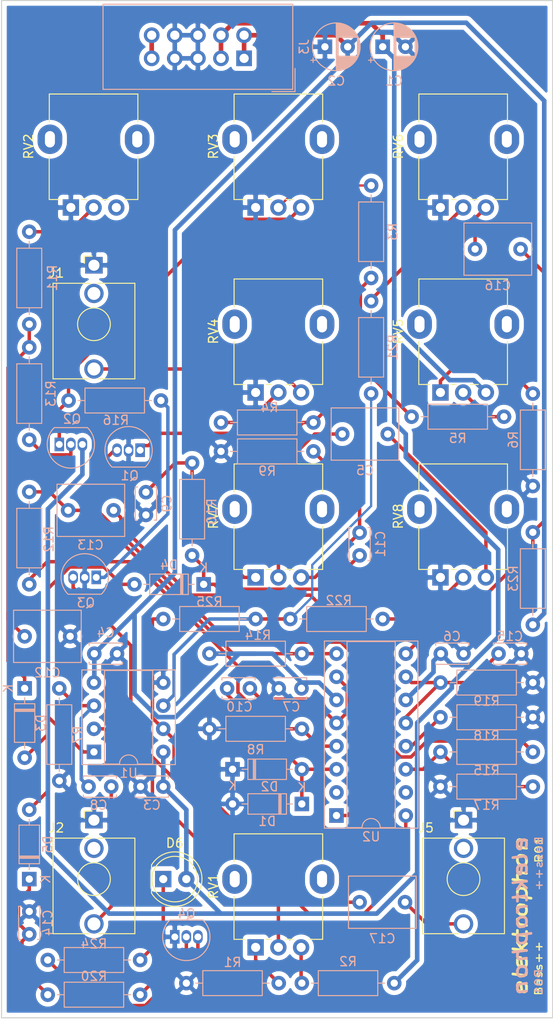
<source format=kicad_pcb>
(kicad_pcb (version 20171130) (host pcbnew 5.1.4-e60b266~84~ubuntu19.04.1)
  (title_block (title Bass++) (date 2019-10-03) (rev 01) (comment 1 "Original design by Thomas Henry") (comment 2 "PCB for main circuit") (comment 4 "License CC BY 4.0 - Attribution 4.0 International"))
  (layers (0 F.Cu signal) (31 B.Cu signal) (34 B.Paste user) (35 F.Paste user) (36 B.SilkS user) (37 F.SilkS user) (38 B.Mask user) (39 F.Mask user) (44 Edge.Cuts user))
  (net 0 "")
  (net 1 GND)
  (net 2 +15V)
  (net 3 -15V)
  (net 4 "Net-(C5-Pad2)")
  (net 5 "Net-(C5-Pad1)")
  (net 6 "Net-(C8-Pad2)")
  (net 7 "Net-(C10-Pad2)")
  (net 8 "Net-(C10-Pad1)")
  (net 9 "Net-(C11-Pad1)")
  (net 10 "Net-(C12-Pad1)")
  (net 11 "Net-(C13-Pad2)")
  (net 12 "Net-(C13-Pad1)")
  (net 13 "Net-(C14-Pad1)")
  (net 14 "Net-(C15-Pad2)")
  (net 15 "Net-(C16-Pad2)")
  (net 16 /Shell)
  (net 17 "Net-(C17-Pad1)")
  (net 18 /PULSE)
  (net 19 "Net-(D6-Pad1)")
  (net 20 "Net-(J1-PadTN)")
  (net 21 "Net-(J1-PadT)")
  (net 22 "Net-(J2-PadTN)")
  (net 23 +5V)
  (net 24 "Net-(J5-PadTN)")
  (net 25 "Net-(Q1-Pad3)")
  (net 26 "Net-(Q2-Pad2)")
  (net 27 "Net-(Q3-Pad1)")
  (net 28 "Net-(Q3-Pad3)")
  (net 29 "Net-(Q4-Pad3)")
  (net 30 "Net-(Q4-Pad2)")
  (net 31 "Net-(R1-Pad2)")
  (net 32 "Net-(R2-Pad2)")
  (net 33 "Net-(R3-Pad2)")
  (net 34 "Net-(R4-Pad2)")
  (net 35 "Net-(R5-Pad2)")
  (net 36 "Net-(R6-Pad2)")
  (net 37 "Net-(R12-Pad2)")
  (net 38 "Net-(R15-Pad2)")
  (net 39 "Net-(R18-Pad2)")
  (net 40 "Net-(R21-Pad1)")
  (net 41 "Net-(U2-Pad15)")
  (net 42 "Net-(U2-Pad2)")
  (net 43 "Net-(RV2-Pad3)")
  (net 44 "Net-(C8-Pad1)")
  (net 45 "Net-(C9-Pad2)")
  (net 46 "Net-(C11-Pad2)")
  (net 47 "Net-(C17-Pad2)")
  (net 48 "Net-(Q1-Pad1)")
  (net 49 "Net-(Q2-Pad1)")
  (net 50 "Net-(R11-Pad1)")
  (net 51 "Net-(R21-Pad2)")
  (net 52 "Net-(R22-Pad2)")
  (net 53 "Net-(RV1-Pad2)")
  (module "elektrophon:elektrophon logo" (layer F.Cu) (at 108.86 151.35 90)
    (fp_text reference REF** hide)
    (fp_text value "elektrophon logo" hide)
    (fp_text user Bass++ (at 8.84 1.02 90) (layer B.SilkS) (effects (font (size 0.8 1)) (justify left mirror)))
    (fp_text user R01 (at -8.83 1 90) (layer B.SilkS) (effects (font (size 0.8 1)) (justify right mirror)))
    (fp_text user elektrophon (at 0 -1.016 90) (layer B.SilkS) (effects (font (size 1.5 2) (thickness 0.3) italic) (justify mirror)))
    (fp_text user R01 (at 8.8 1.02 90) (layer F.SilkS) (effects (font (size 0.8 1)) (justify right)))
    (fp_text user Bass++ (at -8.88 1 90) (layer F.SilkS) (effects (font (size 0.8 1)) (justify left)))
    (fp_text user elektrophon (at 0 -1.016 90) (layer F.SilkS) (effects (font (size 1.5 2) (thickness 0.3) italic)))
  )
  (module Capacitor_THT:C_Rect_L7.2mm_W5.5mm_P5.00mm_FKS2_FKP2_MKS2_MKP2 (layer B.Cu) (at 90.17 149.86)
    (fp_text reference C17 (at 2.5 4) (layer B.SilkS) (effects (justify mirror)))
    (fp_text value 2u2)
    (pad 2 thru_hole circle (at 5 0) (size 1.6 1.6) (drill 0.8) (layers *.Cu *.Mask) (net 47 "Net-(C17-Pad2)"))
    (pad 1 thru_hole circle (at 0 0) (size 1.6 1.6) (drill 0.8) (layers *.Cu *.Mask) (net 17 "Net-(C17-Pad1)"))
  )
  (module Capacitor_THT:C_Rect_L7.2mm_W5.5mm_P5.00mm_FKS2_FKP2_MKS2_MKP2 (layer B.Cu) (at 102.87 78.105)
    (fp_text reference C16 (at 2.5 4) (layer B.SilkS) (effects (justify mirror)))
    (fp_text value 2u2)
    (pad 2 thru_hole circle (at 5 0) (size 1.6 1.6) (drill 0.8) (layers *.Cu *.Mask) (net 15 "Net-(C16-Pad2)"))
    (pad 1 thru_hole circle (at 0 0) (size 1.6 1.6) (drill 0.8) (layers *.Cu *.Mask) (net 16 /Shell))
  )
  (module Capacitor_THT:C_Rect_L7.2mm_W5.5mm_P5.00mm_FKS2_FKP2_MKS2_MKP2 (layer B.Cu) (at 63.119 106.807 180)
    (fp_text reference C13 (at 2.54 -3.81) (layer B.SilkS) (effects (justify mirror)))
    (fp_text value 2u2)
    (pad 2 thru_hole circle (at 5 0 180) (size 1.6 1.6) (drill 0.8) (layers *.Cu *.Mask) (net 11 "Net-(C13-Pad2)"))
    (pad 1 thru_hole circle (at 0 0 180) (size 1.6 1.6) (drill 0.8) (layers *.Cu *.Mask) (net 12 "Net-(C13-Pad1)"))
  )
  (module Capacitor_THT:C_Rect_L7.2mm_W5.5mm_P5.00mm_FKS2_FKP2_MKS2_MKP2 (layer B.Cu) (at 53.34 120.65)
    (fp_text reference C12 (at 2.5 4) (layer B.SilkS) (effects (justify mirror)))
    (fp_text value 2u2)
    (pad 2 thru_hole circle (at 5 0) (size 1.6 1.6) (drill 0.8) (layers *.Cu *.Mask) (net 1 GND))
    (pad 1 thru_hole circle (at 0 0) (size 1.6 1.6) (drill 0.8) (layers *.Cu *.Mask) (net 10 "Net-(C12-Pad1)"))
  )
  (module Capacitor_THT:C_Rect_L7.2mm_W5.5mm_P5.00mm_FKS2_FKP2_MKS2_MKP2 (layer B.Cu) (at 88.265 98.425)
    (fp_text reference C5 (at 2.5 4) (layer B.SilkS) (effects (justify mirror)))
    (fp_text value 2u2)
    (pad 2 thru_hole circle (at 5 0) (size 1.6 1.6) (drill 0.8) (layers *.Cu *.Mask) (net 4 "Net-(C5-Pad2)"))
    (pad 1 thru_hole circle (at 0 0) (size 1.6 1.6) (drill 0.8) (layers *.Cu *.Mask) (net 5 "Net-(C5-Pad1)"))
  )
  (module Package_DIP:DIP-16_W7.62mm_Socket (layer B.Cu) (at 87.63 140.335)
    (fp_text reference U2 (at 3.81 2.33) (layer B.SilkS) (effects (justify mirror)))
    (fp_text value LM13700)
    (pad 16 thru_hole oval (at 7.62 0) (size 1.6 1.6) (drill 0.8) (layers *.Cu *.Mask) (net 28 "Net-(Q3-Pad3)"))
    (pad 8 thru_hole oval (at 0 -17.78) (size 1.6 1.6) (drill 0.8) (layers *.Cu *.Mask) (net 11 "Net-(C13-Pad2)"))
    (pad 15 thru_hole oval (at 7.62 -2.54) (size 1.6 1.6) (drill 0.8) (layers *.Cu *.Mask) (net 41 "Net-(U2-Pad15)"))
    (pad 7 thru_hole oval (at 0 -15.24) (size 1.6 1.6) (drill 0.8) (layers *.Cu *.Mask) (net 8 "Net-(C10-Pad1)"))
    (pad 14 thru_hole oval (at 7.62 -5.08) (size 1.6 1.6) (drill 0.8) (layers *.Cu *.Mask) (net 38 "Net-(R15-Pad2)"))
    (pad 6 thru_hole oval (at 0 -12.7) (size 1.6 1.6) (drill 0.8) (layers *.Cu *.Mask) (net 3 -15V))
    (pad 13 thru_hole oval (at 7.62 -7.62) (size 1.6 1.6) (drill 0.8) (layers *.Cu *.Mask) (net 39 "Net-(R18-Pad2)"))
    (pad 5 thru_hole oval (at 0 -10.16) (size 1.6 1.6) (drill 0.8) (layers *.Cu *.Mask) (net 8 "Net-(C10-Pad1)"))
    (pad 12 thru_hole oval (at 7.62 -10.16) (size 1.6 1.6) (drill 0.8) (layers *.Cu *.Mask) (net 14 "Net-(C15-Pad2)"))
    (pad 4 thru_hole oval (at 0 -7.62) (size 1.6 1.6) (drill 0.8) (layers *.Cu *.Mask) (net 37 "Net-(R12-Pad2)"))
    (pad 11 thru_hole oval (at 7.62 -12.7) (size 1.6 1.6) (drill 0.8) (layers *.Cu *.Mask) (net 2 +15V))
    (pad 3 thru_hole oval (at 0 -5.08) (size 1.6 1.6) (drill 0.8) (layers *.Cu *.Mask) (net 7 "Net-(C10-Pad2)"))
    (pad 10 thru_hole oval (at 7.62 -15.24) (size 1.6 1.6) (drill 0.8) (layers *.Cu *.Mask) (net 14 "Net-(C15-Pad2)"))
    (pad 2 thru_hole oval (at 0 -2.54) (size 1.6 1.6) (drill 0.8) (layers *.Cu *.Mask) (net 42 "Net-(U2-Pad2)"))
    (pad 9 thru_hole oval (at 7.62 -17.78) (size 1.6 1.6) (drill 0.8) (layers *.Cu *.Mask) (net 15 "Net-(C16-Pad2)"))
    (pad 1 thru_hole rect (at 0 0) (size 1.6 1.6) (drill 0.8) (layers *.Cu *.Mask) (net 25 "Net-(Q1-Pad3)"))
  )
  (module Package_DIP:DIP-8_W7.62mm_Socket (layer B.Cu) (at 60.96 133.35)
    (fp_text reference U1 (at 3.81 2.33) (layer B.SilkS) (effects (justify mirror)))
    (fp_text value TL072)
    (pad 8 thru_hole oval (at 7.62 0) (size 1.6 1.6) (drill 0.8) (layers *.Cu *.Mask) (net 2 +15V))
    (pad 4 thru_hole oval (at 0 -7.62) (size 1.6 1.6) (drill 0.8) (layers *.Cu *.Mask) (net 3 -15V))
    (pad 7 thru_hole oval (at 7.62 -2.54) (size 1.6 1.6) (drill 0.8) (layers *.Cu *.Mask) (net 17 "Net-(C17-Pad1)"))
    (pad 3 thru_hole oval (at 0 -5.08) (size 1.6 1.6) (drill 0.8) (layers *.Cu *.Mask) (net 6 "Net-(C8-Pad2)"))
    (pad 6 thru_hole oval (at 7.62 -5.08) (size 1.6 1.6) (drill 0.8) (layers *.Cu *.Mask) (net 40 "Net-(R21-Pad1)"))
    (pad 2 thru_hole oval (at 0 -2.54) (size 1.6 1.6) (drill 0.8) (layers *.Cu *.Mask) (net 53 "Net-(RV1-Pad2)"))
    (pad 5 thru_hole oval (at 7.62 -7.62) (size 1.6 1.6) (drill 0.8) (layers *.Cu *.Mask) (net 1 GND))
    (pad 1 thru_hole rect (at 0 0) (size 1.6 1.6) (drill 0.8) (layers *.Cu *.Mask) (net 18 /PULSE))
  )
  (module elektrophon:Potentiometer_Alpha_RD901F-40-00D_Single_Vertical (layer F.Cu) (at 101.6 106.68 90)
    (fp_text reference RV8 (at -0.79 -7.18 270) (layer F.SilkS))
    (fp_text value 100k)
    (pad "" thru_hole oval (at 0 -4.84 180) (size 2.72 3.24) (drill oval 1.1 1.8) (layers *.Cu *.Mask))
    (pad "" thru_hole oval (at 0 4.76 180) (size 2.72 3.24) (drill oval 1.1 1.8) (layers *.Cu *.Mask))
    (pad 3 thru_hole circle (at -7.5 2.46 180) (size 1.8 1.8) (drill 1) (layers *.Cu *.Mask) (net 4 "Net-(C5-Pad2)"))
    (pad 2 thru_hole circle (at -7.5 -0.04 180) (size 1.8 1.8) (drill 1) (layers *.Cu *.Mask) (net 52 "Net-(R22-Pad2)"))
    (pad 1 thru_hole rect (at -7.5 -2.54 180) (size 1.8 1.8) (drill 1) (layers *.Cu *.Mask) (net 1 GND))
  )
  (module elektrophon:Potentiometer_Alpha_RD901F-40-00D_Single_Vertical (layer F.Cu) (at 81.28 106.68 90)
    (fp_text reference RV7 (at -0.79 -7.18 270) (layer F.SilkS))
    (fp_text value 10k)
    (pad "" thru_hole oval (at 0 -4.84 180) (size 2.72 3.24) (drill oval 1.1 1.8) (layers *.Cu *.Mask))
    (pad "" thru_hole oval (at 0 4.76 180) (size 2.72 3.24) (drill oval 1.1 1.8) (layers *.Cu *.Mask))
    (pad 3 thru_hole circle (at -7.5 2.46 180) (size 1.8 1.8) (drill 1) (layers *.Cu *.Mask) (net 46 "Net-(C11-Pad2)"))
    (pad 2 thru_hole circle (at -7.5 -0.04 180) (size 1.8 1.8) (drill 1) (layers *.Cu *.Mask) (net 5 "Net-(C5-Pad1)"))
    (pad 1 thru_hole rect (at -7.5 -2.54 180) (size 1.8 1.8) (drill 1) (layers *.Cu *.Mask) (net 45 "Net-(C9-Pad2)"))
  )
  (module elektrophon:Potentiometer_Alpha_RD901F-40-00D_Single_Vertical (layer F.Cu) (at 101.6 66.04 90)
    (fp_text reference RV6 (at -0.79 -7.18 270) (layer F.SilkS))
    (fp_text value 100k)
    (pad "" thru_hole oval (at 0 -4.84 180) (size 2.72 3.24) (drill oval 1.1 1.8) (layers *.Cu *.Mask))
    (pad "" thru_hole oval (at 0 4.76 180) (size 2.72 3.24) (drill oval 1.1 1.8) (layers *.Cu *.Mask))
    (pad 3 thru_hole circle (at -7.5 2.46 180) (size 1.8 1.8) (drill 1) (layers *.Cu *.Mask) (net 16 /Shell))
    (pad 2 thru_hole circle (at -7.5 -0.04 180) (size 1.8 1.8) (drill 1) (layers *.Cu *.Mask) (net 51 "Net-(R21-Pad2)"))
    (pad 1 thru_hole rect (at -7.5 -2.54 180) (size 1.8 1.8) (drill 1) (layers *.Cu *.Mask) (net 1 GND))
  )
  (module elektrophon:Potentiometer_Alpha_RD901F-40-00D_Single_Vertical (layer F.Cu) (at 101.6 86.36 90)
    (fp_text reference RV5 (at -0.79 -7.18 270) (layer F.SilkS))
    (fp_text value 100k)
    (pad "" thru_hole oval (at 0 -4.84 180) (size 2.72 3.24) (drill oval 1.1 1.8) (layers *.Cu *.Mask))
    (pad "" thru_hole oval (at 0 4.76 180) (size 2.72 3.24) (drill oval 1.1 1.8) (layers *.Cu *.Mask))
    (pad 3 thru_hole circle (at -7.5 2.46 180) (size 1.8 1.8) (drill 1) (layers *.Cu *.Mask) (net 2 +15V))
    (pad 2 thru_hole circle (at -7.5 -0.04 180) (size 1.8 1.8) (drill 1) (layers *.Cu *.Mask) (net 35 "Net-(R5-Pad2)"))
    (pad 1 thru_hole rect (at -7.5 -2.54 180) (size 1.8 1.8) (drill 1) (layers *.Cu *.Mask) (net 36 "Net-(R6-Pad2)"))
  )
  (module elektrophon:Potentiometer_Alpha_RD901F-40-00D_Single_Vertical (layer F.Cu) (at 81.28 86.36 90)
    (fp_text reference RV4 (at -0.79 -7.18 270) (layer F.SilkS))
    (fp_text value 100k)
    (pad "" thru_hole oval (at 0 -4.84 180) (size 2.72 3.24) (drill oval 1.1 1.8) (layers *.Cu *.Mask))
    (pad "" thru_hole oval (at 0 4.76 180) (size 2.72 3.24) (drill oval 1.1 1.8) (layers *.Cu *.Mask))
    (pad 3 thru_hole circle (at -7.5 2.46 180) (size 1.8 1.8) (drill 1) (layers *.Cu *.Mask) (net 21 "Net-(J1-PadT)"))
    (pad 2 thru_hole circle (at -7.5 -0.04 180) (size 1.8 1.8) (drill 1) (layers *.Cu *.Mask) (net 34 "Net-(R4-Pad2)"))
    (pad 1 thru_hole rect (at -7.5 -2.54 180) (size 1.8 1.8) (drill 1) (layers *.Cu *.Mask) (net 1 GND))
  )
  (module elektrophon:Potentiometer_Alpha_RD901F-40-00D_Single_Vertical (layer F.Cu) (at 81.28 66.04 90)
    (fp_text reference RV3 (at -0.79 -7.18 270) (layer F.SilkS))
    (fp_text value 10k)
    (pad "" thru_hole oval (at 0 -4.84 180) (size 2.72 3.24) (drill oval 1.1 1.8) (layers *.Cu *.Mask))
    (pad "" thru_hole oval (at 0 4.76 180) (size 2.72 3.24) (drill oval 1.1 1.8) (layers *.Cu *.Mask))
    (pad 3 thru_hole circle (at -7.5 2.46 180) (size 1.8 1.8) (drill 1) (layers *.Cu *.Mask) (net 49 "Net-(Q2-Pad1)"))
    (pad 2 thru_hole circle (at -7.5 -0.04 180) (size 1.8 1.8) (drill 1) (layers *.Cu *.Mask) (net 33 "Net-(R3-Pad2)"))
    (pad 1 thru_hole rect (at -7.5 -2.54 180) (size 1.8 1.8) (drill 1) (layers *.Cu *.Mask) (net 1 GND))
  )
  (module elektrophon:Potentiometer_Alpha_RD901F-40-00D_Single_Vertical (layer F.Cu) (at 60.96 66.04 90)
    (fp_text reference RV2 (at -0.79 -7.18 270) (layer F.SilkS))
    (fp_text value 500k)
    (pad "" thru_hole oval (at 0 -4.84 180) (size 2.72 3.24) (drill oval 1.1 1.8) (layers *.Cu *.Mask))
    (pad "" thru_hole oval (at 0 4.76 180) (size 2.72 3.24) (drill oval 1.1 1.8) (layers *.Cu *.Mask))
    (pad 3 thru_hole circle (at -7.5 2.46 180) (size 1.8 1.8) (drill 1) (layers *.Cu *.Mask) (net 43 "Net-(RV2-Pad3)"))
    (pad 2 thru_hole circle (at -7.5 -0.04 180) (size 1.8 1.8) (drill 1) (layers *.Cu *.Mask) (net 50 "Net-(R11-Pad1)"))
    (pad 1 thru_hole rect (at -7.5 -2.54 180) (size 1.8 1.8) (drill 1) (layers *.Cu *.Mask) (net 1 GND))
  )
  (module elektrophon:Potentiometer_Alpha_RD901F-40-00D_Single_Vertical (layer F.Cu) (at 81.28 147.32 90)
    (fp_text reference RV1 (at -0.79 -7.18 270) (layer F.SilkS))
    (fp_text value 10k)
    (pad "" thru_hole oval (at 0 -4.84 180) (size 2.72 3.24) (drill oval 1.1 1.8) (layers *.Cu *.Mask))
    (pad "" thru_hole oval (at 0 4.76 180) (size 2.72 3.24) (drill oval 1.1 1.8) (layers *.Cu *.Mask))
    (pad 3 thru_hole circle (at -7.5 2.46 180) (size 1.8 1.8) (drill 1) (layers *.Cu *.Mask) (net 32 "Net-(R2-Pad2)"))
    (pad 2 thru_hole circle (at -7.5 -0.04 180) (size 1.8 1.8) (drill 1) (layers *.Cu *.Mask) (net 53 "Net-(RV1-Pad2)"))
    (pad 1 thru_hole rect (at -7.5 -2.54 180) (size 1.8 1.8) (drill 1) (layers *.Cu *.Mask) (net 31 "Net-(R1-Pad2)"))
  )
  (module Resistor_THT:R_Axial_DIN0207_L6.3mm_D2.5mm_P10.16mm_Horizontal (layer B.Cu) (at 68.58 118.745)
    (fp_text reference R25 (at 5.08 -1.905) (layer B.SilkS) (effects (justify mirror)))
    (fp_text value 100k)
    (pad 2 thru_hole oval (at 10.16 0) (size 1.6 1.6) (drill 0.8) (layers *.Cu *.Mask) (net 40 "Net-(R21-Pad1)"))
    (pad 1 thru_hole circle (at 0 0) (size 1.6 1.6) (drill 0.8) (layers *.Cu *.Mask) (net 17 "Net-(C17-Pad1)"))
  )
  (module Resistor_THT:R_Axial_DIN0207_L6.3mm_D2.5mm_P10.16mm_Horizontal (layer B.Cu) (at 66.04 156.21 180)
    (fp_text reference R24 (at 5.08 1.778) (layer B.SilkS) (effects (justify mirror)))
    (fp_text value 1.5k)
    (pad 2 thru_hole oval (at 10.16 0 180) (size 1.6 1.6) (drill 0.8) (layers *.Cu *.Mask) (net 29 "Net-(Q4-Pad3)"))
    (pad 1 thru_hole circle (at 0 0 180) (size 1.6 1.6) (drill 0.8) (layers *.Cu *.Mask) (net 19 "Net-(D6-Pad1)"))
  )
  (module Resistor_THT:R_Axial_DIN0207_L6.3mm_D2.5mm_P10.16mm_Horizontal (layer B.Cu) (at 109.22 119.38 90)
    (fp_text reference R23 (at 5.08 -2.159 90) (layer B.SilkS) (effects (justify mirror)))
    (fp_text value 10k)
    (pad 2 thru_hole oval (at 10.16 0 90) (size 1.6 1.6) (drill 0.8) (layers *.Cu *.Mask) (net 15 "Net-(C16-Pad2)"))
    (pad 1 thru_hole circle (at 0 0 90) (size 1.6 1.6) (drill 0.8) (layers *.Cu *.Mask) (net 3 -15V))
  )
  (module Resistor_THT:R_Axial_DIN0207_L6.3mm_D2.5mm_P10.16mm_Horizontal (layer B.Cu) (at 82.55 118.745)
    (fp_text reference R22 (at 5.334 -2.032) (layer B.SilkS) (effects (justify mirror)))
    (fp_text value 100k)
    (pad 2 thru_hole oval (at 10.16 0) (size 1.6 1.6) (drill 0.8) (layers *.Cu *.Mask) (net 52 "Net-(R22-Pad2)"))
    (pad 1 thru_hole circle (at 0 0) (size 1.6 1.6) (drill 0.8) (layers *.Cu *.Mask) (net 40 "Net-(R21-Pad1)"))
  )
  (module Resistor_THT:R_Axial_DIN0207_L6.3mm_D2.5mm_P10.16mm_Horizontal (layer B.Cu) (at 91.44 93.98 90)
    (fp_text reference R21 (at 5.08 2.37 90) (layer B.SilkS) (effects (justify mirror)))
    (fp_text value 100k)
    (pad 2 thru_hole oval (at 10.16 0 90) (size 1.6 1.6) (drill 0.8) (layers *.Cu *.Mask) (net 51 "Net-(R21-Pad2)"))
    (pad 1 thru_hole circle (at 0 0 90) (size 1.6 1.6) (drill 0.8) (layers *.Cu *.Mask) (net 40 "Net-(R21-Pad1)"))
  )
  (module Resistor_THT:R_Axial_DIN0207_L6.3mm_D2.5mm_P10.16mm_Horizontal (layer B.Cu) (at 66.04 160.02 180)
    (fp_text reference R20 (at 5.08 2.032) (layer B.SilkS) (effects (justify mirror)))
    (fp_text value 220k)
    (pad 2 thru_hole oval (at 10.16 0 180) (size 1.6 1.6) (drill 0.8) (layers *.Cu *.Mask) (net 13 "Net-(C14-Pad1)"))
    (pad 1 thru_hole circle (at 0 0 180) (size 1.6 1.6) (drill 0.8) (layers *.Cu *.Mask) (net 30 "Net-(Q4-Pad2)"))
  )
  (module Resistor_THT:R_Axial_DIN0207_L6.3mm_D2.5mm_P10.16mm_Horizontal (layer B.Cu) (at 109.22 125.73 180)
    (fp_text reference R19 (at 5.08 -2.032) (layer B.SilkS) (effects (justify mirror)))
    (fp_text value 56k)
    (pad 2 thru_hole oval (at 10.16 0 180) (size 1.6 1.6) (drill 0.8) (layers *.Cu *.Mask) (net 14 "Net-(C15-Pad2)"))
    (pad 1 thru_hole circle (at 0 0 180) (size 1.6 1.6) (drill 0.8) (layers *.Cu *.Mask) (net 1 GND))
  )
  (module Resistor_THT:R_Axial_DIN0207_L6.3mm_D2.5mm_P10.16mm_Horizontal (layer B.Cu) (at 109.22 129.54 180)
    (fp_text reference R18 (at 5.08 -2.032) (layer B.SilkS) (effects (justify mirror)))
    (fp_text value 220)
    (pad 2 thru_hole oval (at 10.16 0 180) (size 1.6 1.6) (drill 0.8) (layers *.Cu *.Mask) (net 39 "Net-(R18-Pad2)"))
    (pad 1 thru_hole circle (at 0 0 180) (size 1.6 1.6) (drill 0.8) (layers *.Cu *.Mask) (net 1 GND))
  )
  (module Resistor_THT:R_Axial_DIN0207_L6.3mm_D2.5mm_P10.16mm_Horizontal (layer B.Cu) (at 99.06 137.16)
    (fp_text reference R17 (at 5.08 2.032) (layer B.SilkS) (effects (justify mirror)))
    (fp_text value 220)
    (pad 2 thru_hole oval (at 10.16 0) (size 1.6 1.6) (drill 0.8) (layers *.Cu *.Mask) (net 38 "Net-(R15-Pad2)"))
    (pad 1 thru_hole circle (at 0 0) (size 1.6 1.6) (drill 0.8) (layers *.Cu *.Mask) (net 1 GND))
  )
  (module Resistor_THT:R_Axial_DIN0207_L6.3mm_D2.5mm_P10.16mm_Horizontal (layer B.Cu) (at 68.326 94.742 180)
    (fp_text reference R16 (at 4.953 -2.159) (layer B.SilkS) (effects (justify mirror)))
    (fp_text value 20k)
    (pad 2 thru_hole oval (at 10.16 0 180) (size 1.6 1.6) (drill 0.8) (layers *.Cu *.Mask) (net 49 "Net-(Q2-Pad1)"))
    (pad 1 thru_hole circle (at 0 0 180) (size 1.6 1.6) (drill 0.8) (layers *.Cu *.Mask) (net 27 "Net-(Q3-Pad1)"))
  )
  (module Resistor_THT:R_Axial_DIN0207_L6.3mm_D2.5mm_P10.16mm_Horizontal (layer B.Cu) (at 109.22 133.35 180)
    (fp_text reference R15 (at 5.08 -2.032) (layer B.SilkS) (effects (justify mirror)))
    (fp_text value 100k)
    (pad 2 thru_hole oval (at 10.16 0 180) (size 1.6 1.6) (drill 0.8) (layers *.Cu *.Mask) (net 38 "Net-(R15-Pad2)"))
    (pad 1 thru_hole circle (at 0 0 180) (size 1.6 1.6) (drill 0.8) (layers *.Cu *.Mask) (net 12 "Net-(C13-Pad1)"))
  )
  (module Resistor_THT:R_Axial_DIN0207_L6.3mm_D2.5mm_P10.16mm_Horizontal (layer B.Cu) (at 73.66 122.555)
    (fp_text reference R14 (at 5.334 -2.032) (layer B.SilkS) (effects (justify mirror)))
    (fp_text value 5k1)
    (pad 2 thru_hole oval (at 10.16 0) (size 1.6 1.6) (drill 0.8) (layers *.Cu *.Mask) (net 11 "Net-(C13-Pad2)"))
    (pad 1 thru_hole circle (at 0 0) (size 1.6 1.6) (drill 0.8) (layers *.Cu *.Mask) (net 3 -15V))
  )
  (module Resistor_THT:R_Axial_DIN0207_L6.3mm_D2.5mm_P10.16mm_Horizontal (layer B.Cu) (at 53.848 99.06 90)
    (fp_text reference R13 (at 5.08 2.37 90) (layer B.SilkS) (effects (justify mirror)))
    (fp_text value 10k)
    (pad 2 thru_hole oval (at 10.16 0 90) (size 1.6 1.6) (drill 0.8) (layers *.Cu *.Mask) (net 10 "Net-(C12-Pad1)"))
    (pad 1 thru_hole circle (at 0 0 90) (size 1.6 1.6) (drill 0.8) (layers *.Cu *.Mask) (net 26 "Net-(Q2-Pad2)"))
  )
  (module Resistor_THT:R_Axial_DIN0207_L6.3mm_D2.5mm_P10.16mm_Horizontal (layer B.Cu) (at 53.848 104.775 270)
    (fp_text reference R12 (at 5.207 -2.159 90) (layer B.SilkS) (effects (justify mirror)))
    (fp_text value 20k)
    (pad 2 thru_hole oval (at 10.16 0 270) (size 1.6 1.6) (drill 0.8) (layers *.Cu *.Mask) (net 37 "Net-(R12-Pad2)"))
    (pad 1 thru_hole circle (at 0 0 270) (size 1.6 1.6) (drill 0.8) (layers *.Cu *.Mask) (net 11 "Net-(C13-Pad2)"))
  )
  (module Resistor_THT:R_Axial_DIN0207_L6.3mm_D2.5mm_P10.16mm_Horizontal (layer B.Cu) (at 53.848 76.2 270)
    (fp_text reference R11 (at 5.08 -2.54 90) (layer B.SilkS) (effects (justify mirror)))
    (fp_text value 1k)
    (pad 2 thru_hole oval (at 10.16 0 270) (size 1.6 1.6) (drill 0.8) (layers *.Cu *.Mask) (net 10 "Net-(C12-Pad1)"))
    (pad 1 thru_hole circle (at 0 0 270) (size 1.6 1.6) (drill 0.8) (layers *.Cu *.Mask) (net 50 "Net-(R11-Pad1)"))
  )
  (module Resistor_THT:R_Axial_DIN0207_L6.3mm_D2.5mm_P10.16mm_Horizontal (layer B.Cu) (at 71.755 101.6 270)
    (fp_text reference R10 (at 5.334 -2.159 90) (layer B.SilkS) (effects (justify mirror)))
    (fp_text value 10k)
    (pad 2 thru_hole oval (at 10.16 0 270) (size 1.6 1.6) (drill 0.8) (layers *.Cu *.Mask) (net 9 "Net-(C11-Pad1)"))
    (pad 1 thru_hole circle (at 0 0 270) (size 1.6 1.6) (drill 0.8) (layers *.Cu *.Mask) (net 45 "Net-(C9-Pad2)"))
  )
  (module Resistor_THT:R_Axial_DIN0207_L6.3mm_D2.5mm_P10.16mm_Horizontal (layer B.Cu) (at 74.93 100.33)
    (fp_text reference R9 (at 5.08 2.159) (layer B.SilkS) (effects (justify mirror)))
    (fp_text value 2k)
    (pad 2 thru_hole oval (at 10.16 0) (size 1.6 1.6) (drill 0.8) (layers *.Cu *.Mask) (net 46 "Net-(C11-Pad2)"))
    (pad 1 thru_hole circle (at 0 0) (size 1.6 1.6) (drill 0.8) (layers *.Cu *.Mask) (net 1 GND))
  )
  (module Resistor_THT:R_Axial_DIN0207_L6.3mm_D2.5mm_P10.16mm_Horizontal (layer B.Cu) (at 83.82 130.81 180)
    (fp_text reference R8 (at 5.08 -2.286) (layer B.SilkS) (effects (justify mirror)))
    (fp_text value 2k)
    (pad 2 thru_hole oval (at 10.16 0 180) (size 1.6 1.6) (drill 0.8) (layers *.Cu *.Mask) (net 1 GND))
    (pad 1 thru_hole circle (at 0 0 180) (size 1.6 1.6) (drill 0.8) (layers *.Cu *.Mask) (net 37 "Net-(R12-Pad2)"))
  )
  (module Resistor_THT:R_Axial_DIN0207_L6.3mm_D2.5mm_P10.16mm_Horizontal (layer B.Cu) (at 57.15 136.525 90)
    (fp_text reference R7 (at 5.08 2.032 90) (layer B.SilkS) (effects (justify mirror)))
    (fp_text value 1M)
    (pad 2 thru_hole oval (at 10.16 0 90) (size 1.6 1.6) (drill 0.8) (layers *.Cu *.Mask) (net 6 "Net-(C8-Pad2)"))
    (pad 1 thru_hole circle (at 0 0 90) (size 1.6 1.6) (drill 0.8) (layers *.Cu *.Mask) (net 1 GND))
  )
  (module Resistor_THT:R_Axial_DIN0207_L6.3mm_D2.5mm_P10.16mm_Horizontal (layer B.Cu) (at 109.22 104.14 90)
    (fp_text reference R6 (at 5.08 -2.159 90) (layer B.SilkS) (effects (justify mirror)))
    (fp_text value 3k3)
    (pad 2 thru_hole oval (at 10.16 0 90) (size 1.6 1.6) (drill 0.8) (layers *.Cu *.Mask) (net 36 "Net-(R6-Pad2)"))
    (pad 1 thru_hole circle (at 0 0 90) (size 1.6 1.6) (drill 0.8) (layers *.Cu *.Mask) (net 1 GND))
  )
  (module Resistor_THT:R_Axial_DIN0207_L6.3mm_D2.5mm_P10.16mm_Horizontal (layer B.Cu) (at 95.885 96.52)
    (fp_text reference R5 (at 5.08 2.37) (layer B.SilkS) (effects (justify mirror)))
    (fp_text value 27k)
    (pad 2 thru_hole oval (at 10.16 0) (size 1.6 1.6) (drill 0.8) (layers *.Cu *.Mask) (net 35 "Net-(R5-Pad2)"))
    (pad 1 thru_hole circle (at 0 0) (size 1.6 1.6) (drill 0.8) (layers *.Cu *.Mask) (net 48 "Net-(Q1-Pad1)"))
  )
  (module Resistor_THT:R_Axial_DIN0207_L6.3mm_D2.5mm_P10.16mm_Horizontal (layer B.Cu) (at 85.09 97.155 180)
    (fp_text reference R4 (at 4.826 1.651) (layer B.SilkS) (effects (justify mirror)))
    (fp_text value 56k)
    (pad 2 thru_hole oval (at 10.16 0 180) (size 1.6 1.6) (drill 0.8) (layers *.Cu *.Mask) (net 34 "Net-(R4-Pad2)"))
    (pad 1 thru_hole circle (at 0 0 180) (size 1.6 1.6) (drill 0.8) (layers *.Cu *.Mask) (net 48 "Net-(Q1-Pad1)"))
  )
  (module Resistor_THT:R_Axial_DIN0207_L6.3mm_D2.5mm_P10.16mm_Horizontal (layer B.Cu) (at 91.44 81.28 90)
    (fp_text reference R3 (at 5.08 2.37 90) (layer B.SilkS) (effects (justify mirror)))
    (fp_text value 100k)
    (pad 2 thru_hole oval (at 10.16 0 90) (size 1.6 1.6) (drill 0.8) (layers *.Cu *.Mask) (net 33 "Net-(R3-Pad2)"))
    (pad 1 thru_hole circle (at 0 0 90) (size 1.6 1.6) (drill 0.8) (layers *.Cu *.Mask) (net 48 "Net-(Q1-Pad1)"))
  )
  (module Resistor_THT:R_Axial_DIN0207_L6.3mm_D2.5mm_P10.16mm_Horizontal (layer B.Cu) (at 93.98 158.75 180)
    (fp_text reference R2 (at 5.08 2.37) (layer B.SilkS) (effects (justify mirror)))
    (fp_text value 20k)
    (pad 2 thru_hole oval (at 10.16 0 180) (size 1.6 1.6) (drill 0.8) (layers *.Cu *.Mask) (net 32 "Net-(R2-Pad2)"))
    (pad 1 thru_hole circle (at 0 0 180) (size 1.6 1.6) (drill 0.8) (layers *.Cu *.Mask) (net 2 +15V))
  )
  (module Resistor_THT:R_Axial_DIN0207_L6.3mm_D2.5mm_P10.16mm_Horizontal (layer B.Cu) (at 71.12 158.75)
    (fp_text reference R1 (at 5.08 -2.286) (layer B.SilkS) (effects (justify mirror)))
    (fp_text value 100)
    (pad 2 thru_hole oval (at 10.16 0) (size 1.6 1.6) (drill 0.8) (layers *.Cu *.Mask) (net 31 "Net-(R1-Pad2)"))
    (pad 1 thru_hole circle (at 0 0) (size 1.6 1.6) (drill 0.8) (layers *.Cu *.Mask) (net 1 GND))
  )
  (module Package_TO_SOT_THT:TO-92_Inline (layer B.Cu) (at 69.85 153.67)
    (fp_text reference Q4 (at 1.27 -2.54) (layer B.SilkS) (effects (justify mirror)))
    (fp_text value 2N3904)
    (pad 1 thru_hole rect (at 0 0) (size 1.05 1.5) (drill 0.75) (layers *.Cu *.Mask) (net 1 GND))
    (pad 3 thru_hole oval (at 2.54 0) (size 1.05 1.5) (drill 0.75) (layers *.Cu *.Mask) (net 29 "Net-(Q4-Pad3)"))
    (pad 2 thru_hole oval (at 1.27 0) (size 1.05 1.5) (drill 0.75) (layers *.Cu *.Mask) (net 30 "Net-(Q4-Pad2)"))
  )
  (module Package_TO_SOT_THT:TO-92_Inline (layer B.Cu) (at 61.214 114.173 180)
    (fp_text reference Q3 (at 1.143 -2.794) (layer B.SilkS) (effects (justify mirror)))
    (fp_text value 2N3906)
    (pad 1 thru_hole rect (at 0 0 180) (size 1.05 1.5) (drill 0.75) (layers *.Cu *.Mask) (net 27 "Net-(Q3-Pad1)"))
    (pad 3 thru_hole oval (at 2.54 0 180) (size 1.05 1.5) (drill 0.75) (layers *.Cu *.Mask) (net 28 "Net-(Q3-Pad3)"))
    (pad 2 thru_hole oval (at 1.27 0 180) (size 1.05 1.5) (drill 0.75) (layers *.Cu *.Mask) (net 1 GND))
  )
  (module Package_TO_SOT_THT:TO-92_Inline (layer B.Cu) (at 57.15 99.568)
    (fp_text reference Q2 (at 1.397 -2.794) (layer B.SilkS) (effects (justify mirror)))
    (fp_text value 2N3904)
    (pad 1 thru_hole rect (at 0 0) (size 1.05 1.5) (drill 0.75) (layers *.Cu *.Mask) (net 49 "Net-(Q2-Pad1)"))
    (pad 3 thru_hole oval (at 2.54 0) (size 1.05 1.5) (drill 0.75) (layers *.Cu *.Mask) (net 2 +15V))
    (pad 2 thru_hole oval (at 1.27 0) (size 1.05 1.5) (drill 0.75) (layers *.Cu *.Mask) (net 26 "Net-(Q2-Pad2)"))
  )
  (module Package_TO_SOT_THT:TO-92_Inline (layer B.Cu) (at 66.04 100.203 180)
    (fp_text reference Q1 (at 1.143 -2.794) (layer B.SilkS) (effects (justify mirror)))
    (fp_text value 2N3906)
    (pad 1 thru_hole rect (at 0 0 180) (size 1.05 1.5) (drill 0.75) (layers *.Cu *.Mask) (net 48 "Net-(Q1-Pad1)"))
    (pad 3 thru_hole oval (at 2.54 0 180) (size 1.05 1.5) (drill 0.75) (layers *.Cu *.Mask) (net 25 "Net-(Q1-Pad3)"))
    (pad 2 thru_hole oval (at 1.27 0 180) (size 1.05 1.5) (drill 0.75) (layers *.Cu *.Mask) (net 1 GND))
  )
  (module elektrophon:Jack_3.5mm_QingPu_WQP-PJ398SM_Vertical_CircularHoles (layer F.Cu) (at 101.6 147.32)
    (fp_text reference J5 (at -4.13 -5.63) (layer F.SilkS))
    (fp_text value CV)
    (pad TN thru_hole circle (at 0 -3.38 180) (size 2.13 2.13) (drill 1.42) (layers *.Cu *.Mask) (net 24 "Net-(J5-PadTN)"))
    (pad S thru_hole rect (at 0 -6.48 180) (size 1.93 1.83) (drill 1.22) (layers *.Cu *.Mask) (net 1 GND))
    (pad T thru_hole circle (at 0 4.92 180) (size 2.13 2.13) (drill 1.43) (layers *.Cu *.Mask) (net 47 "Net-(C17-Pad2)"))
  )
  (module Connector_IDC:IDC-Header_2x05_P2.54mm_Vertical (layer B.Cu) (at 77.47 57.15 90)
    (fp_text reference J3 (at 1.27 6.604 270) (layer B.SilkS) (effects (justify mirror)))
    (fp_text value "IDC Header")
    (pad 10 thru_hole oval (at 2.54 -10.16 90) (size 1.7272 1.7272) (drill 1.016) (layers *.Cu *.Mask) (net 23 +5V))
    (pad 9 thru_hole oval (at 0 -10.16 90) (size 1.7272 1.7272) (drill 1.016) (layers *.Cu *.Mask) (net 23 +5V))
    (pad 8 thru_hole oval (at 2.54 -7.62 90) (size 1.7272 1.7272) (drill 1.016) (layers *.Cu *.Mask) (net 1 GND))
    (pad 7 thru_hole oval (at 0 -7.62 90) (size 1.7272 1.7272) (drill 1.016) (layers *.Cu *.Mask) (net 1 GND))
    (pad 6 thru_hole oval (at 2.54 -5.08 90) (size 1.7272 1.7272) (drill 1.016) (layers *.Cu *.Mask) (net 1 GND))
    (pad 5 thru_hole oval (at 0 -5.08 90) (size 1.7272 1.7272) (drill 1.016) (layers *.Cu *.Mask) (net 1 GND))
    (pad 4 thru_hole oval (at 2.54 -2.54 90) (size 1.7272 1.7272) (drill 1.016) (layers *.Cu *.Mask) (net 2 +15V))
    (pad 3 thru_hole oval (at 0 -2.54 90) (size 1.7272 1.7272) (drill 1.016) (layers *.Cu *.Mask) (net 2 +15V))
    (pad 2 thru_hole oval (at 2.54 0 90) (size 1.7272 1.7272) (drill 1.016) (layers *.Cu *.Mask) (net 3 -15V))
    (pad 1 thru_hole rect (at 0 0 90) (size 1.7272 1.7272) (drill 1.016) (layers *.Cu *.Mask) (net 3 -15V))
  )
  (module elektrophon:Jack_3.5mm_QingPu_WQP-PJ398SM_Vertical_CircularHoles (layer F.Cu) (at 60.96 147.32)
    (fp_text reference J2 (at -4.13 -5.63) (layer F.SilkS))
    (fp_text value Trigger)
    (pad TN thru_hole circle (at 0 -3.38 180) (size 2.13 2.13) (drill 1.42) (layers *.Cu *.Mask) (net 22 "Net-(J2-PadTN)"))
    (pad S thru_hole rect (at 0 -6.48 180) (size 1.93 1.83) (drill 1.22) (layers *.Cu *.Mask) (net 1 GND))
    (pad T thru_hole circle (at 0 4.92 180) (size 2.13 2.13) (drill 1.43) (layers *.Cu *.Mask) (net 44 "Net-(C8-Pad1)"))
  )
  (module elektrophon:Jack_3.5mm_QingPu_WQP-PJ398SM_Vertical_CircularHoles (layer F.Cu) (at 60.96 86.36)
    (fp_text reference J1 (at -4.13 -5.63) (layer F.SilkS))
    (fp_text value CV)
    (pad TN thru_hole circle (at 0 -3.38 180) (size 2.13 2.13) (drill 1.42) (layers *.Cu *.Mask) (net 20 "Net-(J1-PadTN)"))
    (pad S thru_hole rect (at 0 -6.48 180) (size 1.93 1.83) (drill 1.22) (layers *.Cu *.Mask) (net 1 GND))
    (pad T thru_hole circle (at 0 4.92 180) (size 2.13 2.13) (drill 1.43) (layers *.Cu *.Mask) (net 21 "Net-(J1-PadT)"))
  )
  (module LED_THT:LED_D5.0mm (layer F.Cu) (at 68.58 147.32)
    (fp_text reference D6 (at 1.27 -3.96) (layer F.SilkS))
    (fp_text value LED)
    (pad 2 thru_hole circle (at 2.54 0) (size 1.8 1.8) (drill 0.9) (layers *.Cu *.Mask) (net 2 +15V))
    (pad 1 thru_hole rect (at 0 0) (size 1.8 1.8) (drill 0.9) (layers *.Cu *.Mask) (net 19 "Net-(D6-Pad1)"))
  )
  (module Diode_THT:D_DO-35_SOD27_P7.62mm_Horizontal (layer B.Cu) (at 53.848 147.32 90)
    (fp_text reference D5 (at 3.81 2.032 90) (layer B.SilkS) (effects (justify mirror)))
    (fp_text value 1N4148)
    (fp_text user K (at 0 1.8 90) (layer B.SilkS) (effects (justify mirror)))
    (pad 2 thru_hole oval (at 7.62 0 90) (size 1.6 1.6) (drill 0.8) (layers *.Cu *.Mask) (net 18 /PULSE))
    (pad 1 thru_hole rect (at 0 0 90) (size 1.6 1.6) (drill 0.8) (layers *.Cu *.Mask) (net 13 "Net-(C14-Pad1)"))
  )
  (module Diode_THT:D_DO-35_SOD27_P7.62mm_Horizontal (layer B.Cu) (at 73.025 114.935 180)
    (fp_text reference D4 (at 3.81 2.12) (layer B.SilkS) (effects (justify mirror)))
    (fp_text value 1N4148)
    (fp_text user K (at 0 1.8) (layer B.SilkS) (effects (justify mirror)))
    (pad 2 thru_hole oval (at 7.62 0 180) (size 1.6 1.6) (drill 0.8) (layers *.Cu *.Mask) (net 18 /PULSE))
    (pad 1 thru_hole rect (at 0 0 180) (size 1.6 1.6) (drill 0.8) (layers *.Cu *.Mask) (net 9 "Net-(C11-Pad1)"))
  )
  (module Diode_THT:D_DO-35_SOD27_P7.62mm_Horizontal (layer B.Cu) (at 53.34 126.365 270)
    (fp_text reference D3 (at 3.81 -1.778 90) (layer B.SilkS) (effects (justify mirror)))
    (fp_text value 1N4148)
    (fp_text user K (at 0 1.8 90) (layer B.SilkS) (effects (justify mirror)))
    (pad 2 thru_hole oval (at 7.62 0 270) (size 1.6 1.6) (drill 0.8) (layers *.Cu *.Mask) (net 18 /PULSE))
    (pad 1 thru_hole rect (at 0 0 270) (size 1.6 1.6) (drill 0.8) (layers *.Cu *.Mask) (net 10 "Net-(C12-Pad1)"))
  )
  (module Diode_THT:D_DO-35_SOD27_P7.62mm_Horizontal (layer B.Cu) (at 83.82 139.065 180)
    (fp_text reference D2 (at 3.556 1.905) (layer B.SilkS) (effects (justify mirror)))
    (fp_text value 1N4148)
    (fp_text user K (at 0 1.8) (layer B.SilkS) (effects (justify mirror)))
    (pad 2 thru_hole oval (at 7.62 0 180) (size 1.6 1.6) (drill 0.8) (layers *.Cu *.Mask) (net 1 GND))
    (pad 1 thru_hole rect (at 0 0 180) (size 1.6 1.6) (drill 0.8) (layers *.Cu *.Mask) (net 7 "Net-(C10-Pad2)"))
  )
  (module Diode_THT:D_DO-35_SOD27_P7.62mm_Horizontal (layer B.Cu) (at 76.2 135.255)
    (fp_text reference D1 (at 3.81 5.715) (layer B.SilkS) (effects (justify mirror)))
    (fp_text value 1N4148)
    (fp_text user K (at 0 1.8) (layer B.SilkS) (effects (justify mirror)))
    (pad 2 thru_hole oval (at 7.62 0) (size 1.6 1.6) (drill 0.8) (layers *.Cu *.Mask) (net 7 "Net-(C10-Pad2)"))
    (pad 1 thru_hole rect (at 0 0) (size 1.6 1.6) (drill 0.8) (layers *.Cu *.Mask) (net 1 GND))
  )
  (module Capacitor_THT:C_Disc_D3.4mm_W2.1mm_P2.50mm (layer B.Cu) (at 107.95 122.555 180)
    (fp_text reference C15 (at 1.25 1.905) (layer B.SilkS) (effects (justify mirror)))
    (fp_text value 10n)
    (pad 2 thru_hole circle (at 2.5 0 180) (size 1.6 1.6) (drill 0.8) (layers *.Cu *.Mask) (net 14 "Net-(C15-Pad2)"))
    (pad 1 thru_hole circle (at 0 0 180) (size 1.6 1.6) (drill 0.8) (layers *.Cu *.Mask) (net 1 GND))
  )
  (module Capacitor_THT:C_Disc_D3.4mm_W2.1mm_P2.50mm (layer B.Cu) (at 53.848 153.376 90)
    (fp_text reference C14 (at 1.25 2.032 90) (layer B.SilkS) (effects (justify mirror)))
    (fp_text value 10n)
    (pad 2 thru_hole circle (at 2.5 0 90) (size 1.6 1.6) (drill 0.8) (layers *.Cu *.Mask) (net 1 GND))
    (pad 1 thru_hole circle (at 0 0 90) (size 1.6 1.6) (drill 0.8) (layers *.Cu *.Mask) (net 13 "Net-(C14-Pad1)"))
  )
  (module Capacitor_THT:C_Disc_D3.4mm_W2.1mm_P2.50mm (layer B.Cu) (at 90.17 111.76 90)
    (fp_text reference C11 (at 1.25 2.3 90) (layer B.SilkS) (effects (justify mirror)))
    (fp_text value 0.1u)
    (pad 2 thru_hole circle (at 2.5 0 90) (size 1.6 1.6) (drill 0.8) (layers *.Cu *.Mask) (net 46 "Net-(C11-Pad2)"))
    (pad 1 thru_hole circle (at 0 0 90) (size 1.6 1.6) (drill 0.8) (layers *.Cu *.Mask) (net 9 "Net-(C11-Pad1)"))
  )
  (module Capacitor_THT:C_Disc_D3.4mm_W2.1mm_P2.50mm (layer B.Cu) (at 78.105 126.365 180)
    (fp_text reference C10 (at 1.143 -2.032) (layer B.SilkS) (effects (justify mirror)))
    (fp_text value 10n)
    (pad 2 thru_hole circle (at 2.5 0 180) (size 1.6 1.6) (drill 0.8) (layers *.Cu *.Mask) (net 7 "Net-(C10-Pad2)"))
    (pad 1 thru_hole circle (at 0 0 180) (size 1.6 1.6) (drill 0.8) (layers *.Cu *.Mask) (net 8 "Net-(C10-Pad1)"))
  )
  (module Capacitor_THT:C_Disc_D3.4mm_W2.1mm_P2.50mm (layer B.Cu) (at 66.675 107.315 90)
    (fp_text reference C9 (at 1.25 2.3 90) (layer B.SilkS) (effects (justify mirror)))
    (fp_text value 0.1u)
    (pad 2 thru_hole circle (at 2.5 0 90) (size 1.6 1.6) (drill 0.8) (layers *.Cu *.Mask) (net 45 "Net-(C9-Pad2)"))
    (pad 1 thru_hole circle (at 0 0 90) (size 1.6 1.6) (drill 0.8) (layers *.Cu *.Mask) (net 1 GND))
  )
  (module Capacitor_THT:C_Disc_D3.4mm_W2.1mm_P2.50mm (layer B.Cu) (at 62.865 137.16 180)
    (fp_text reference C8 (at 1.397 -2.032) (layer B.SilkS) (effects (justify mirror)))
    (fp_text value 1n)
    (pad 2 thru_hole circle (at 2.5 0 180) (size 1.6 1.6) (drill 0.8) (layers *.Cu *.Mask) (net 6 "Net-(C8-Pad2)"))
    (pad 1 thru_hole circle (at 0 0 180) (size 1.6 1.6) (drill 0.8) (layers *.Cu *.Mask) (net 44 "Net-(C8-Pad1)"))
  )
  (module Capacitor_THT:C_Disc_D3.4mm_W2.1mm_P2.50mm (layer B.Cu) (at 81.28 126.365)
    (fp_text reference C7 (at 1.397 2.032) (layer B.SilkS) (effects (justify mirror)))
    (fp_text value 0.1u)
    (pad 2 thru_hole circle (at 2.5 0) (size 1.6 1.6) (drill 0.8) (layers *.Cu *.Mask) (net 3 -15V))
    (pad 1 thru_hole circle (at 0 0) (size 1.6 1.6) (drill 0.8) (layers *.Cu *.Mask) (net 1 GND))
  )
  (module Capacitor_THT:C_Disc_D3.4mm_W2.1mm_P2.50mm (layer B.Cu) (at 99.1 122.555)
    (fp_text reference C6 (at 1.23 -1.905) (layer B.SilkS) (effects (justify mirror)))
    (fp_text value 0.1u)
    (pad 2 thru_hole circle (at 2.5 0) (size 1.6 1.6) (drill 0.8) (layers *.Cu *.Mask) (net 1 GND))
    (pad 1 thru_hole circle (at 0 0) (size 1.6 1.6) (drill 0.8) (layers *.Cu *.Mask) (net 2 +15V))
  )
  (module Capacitor_THT:C_Disc_D3.4mm_W2.1mm_P2.50mm (layer B.Cu) (at 63.5 122.555 180)
    (fp_text reference C4 (at 1.25 2.3) (layer B.SilkS) (effects (justify mirror)))
    (fp_text value 0.1u)
    (pad 2 thru_hole circle (at 2.5 0 180) (size 1.6 1.6) (drill 0.8) (layers *.Cu *.Mask) (net 3 -15V))
    (pad 1 thru_hole circle (at 0 0 180) (size 1.6 1.6) (drill 0.8) (layers *.Cu *.Mask) (net 1 GND))
  )
  (module Capacitor_THT:C_Disc_D3.4mm_W2.1mm_P2.50mm (layer B.Cu) (at 68.58 137.16 180)
    (fp_text reference C3 (at 1.25 -2.032) (layer B.SilkS) (effects (justify mirror)))
    (fp_text value 0.1u)
    (pad 2 thru_hole circle (at 2.5 0 180) (size 1.6 1.6) (drill 0.8) (layers *.Cu *.Mask) (net 1 GND))
    (pad 1 thru_hole circle (at 0 0 180) (size 1.6 1.6) (drill 0.8) (layers *.Cu *.Mask) (net 2 +15V))
  )
  (module Capacitor_THT:CP_Radial_D5.0mm_P2.50mm (layer B.Cu) (at 86.36 55.88)
    (fp_text reference C2 (at 1.25 3.75) (layer B.SilkS) (effects (justify mirror)))
    (fp_text value 10u)
    (pad 2 thru_hole circle (at 2.5 0) (size 1.6 1.6) (drill 0.8) (layers *.Cu *.Mask) (net 3 -15V))
    (pad 1 thru_hole rect (at 0 0) (size 1.6 1.6) (drill 0.8) (layers *.Cu *.Mask) (net 1 GND))
  )
  (module Capacitor_THT:CP_Radial_D5.0mm_P2.50mm (layer B.Cu) (at 92.71 55.88)
    (fp_text reference C1 (at 1.25 3.75) (layer B.SilkS) (effects (justify mirror)))
    (fp_text value 10u)
    (pad 2 thru_hole circle (at 2.5 0) (size 1.6 1.6) (drill 0.8) (layers *.Cu *.Mask) (net 1 GND))
    (pad 1 thru_hole rect (at 0 0) (size 1.6 1.6) (drill 0.8) (layers *.Cu *.Mask) (net 2 +15V))
  )
  (gr_line (start 50.8 162.56) (end 50.8 50.8) (layer Edge.Cuts) (width 0.12))
  (gr_line (start 111.4 50.8) (end 111.4 162.56) (layer Edge.Cuts) (width 0.12))
  (gr_line (start 111.4 162.56) (end 50.8 162.56) (layer Edge.Cuts) (width 0.12))
  (gr_line (start 50.8 50.8) (end 111.4 50.8) (layer Edge.Cuts) (width 0.12))
  (segment (start 76.247601 53.292399) (end 74.93 54.61) (width 0.508) (layer F.Cu) (net 2))
  (segment (start 91.430399 53.292399) (end 76.247601 53.292399) (width 0.508) (layer F.Cu) (net 2))
  (segment (start 92.71 54.572) (end 91.430399 53.292399) (width 0.508) (layer F.Cu) (net 2))
  (segment (start 92.71 55.88) (end 92.71 54.572) (width 0.508) (layer F.Cu) (net 2))
  (segment (start 74.93 54.61) (end 74.93 57.15) (width 0.508) (layer F.Cu) (net 2))
  (segment (start 100.314001 125.835077) (end 100.314001 126.331921) (width 0.508) (layer B.Cu) (net 2))
  (segment (start 98.210923 128.434999) (end 99.035461 127.610461) (width 0.508) (layer B.Cu) (net 2))
  (segment (start 100.314001 126.331921) (end 99.035461 127.610461) (width 0.508) (layer B.Cu) (net 2))
  (segment (start 99.035461 127.610461) (end 96.504001 130.141921) (width 0.508) (layer B.Cu) (net 2))
  (segment (start 71.12 139.7) (end 68.58 137.16) (width 0.508) (layer B.Cu) (net 2))
  (segment (start 71.12 147.32) (end 71.12 139.7) (width 0.508) (layer B.Cu) (net 2))
  (segment (start 68.58 137.16) (end 68.58 133.35) (width 0.508) (layer B.Cu) (net 2))
  (segment (start 98.300001 124.584999) (end 95.25 127.635) (width 0.508) (layer B.Cu) (net 2))
  (segment (start 98.300001 123.354999) (end 98.300001 124.584999) (width 0.508) (layer B.Cu) (net 2))
  (segment (start 99.1 122.555) (end 98.300001 123.354999) (width 0.508) (layer B.Cu) (net 2))
  (segment (start 100.354001 123.809001) (end 102.340077 123.809001) (width 0.508) (layer B.Cu) (net 2))
  (segment (start 99.1 122.555) (end 100.354001 123.809001) (width 0.508) (layer B.Cu) (net 2))
  (segment (start 102.340077 123.809001) (end 102.597039 123.552039) (width 0.508) (layer B.Cu) (net 2))
  (segment (start 102.597039 123.552039) (end 100.314001 125.835077) (width 0.508) (layer B.Cu) (net 2))
  (segment (start 93.98 86.405397) (end 93.98 82.55) (width 0.508) (layer B.Cu) (net 2))
  (segment (start 100.080602 92.505999) (end 93.98 86.405397) (width 0.508) (layer B.Cu) (net 2))
  (segment (start 104.06 93.86) (end 102.705999 92.505999) (width 0.508) (layer B.Cu) (net 2))
  (segment (start 102.705999 92.505999) (end 100.080602 92.505999) (width 0.508) (layer B.Cu) (net 2))
  (segment (start 93.98 57.15) (end 93.98 82.55) (width 0.508) (layer B.Cu) (net 2))
  (segment (start 92.71 55.88) (end 93.98 57.15) (width 0.508) (layer B.Cu) (net 2))
  (segment (start 93.98 97.155) (end 95.25 98.425) (width 0.508) (layer B.Cu) (net 2))
  (segment (start 93.98 82.55) (end 93.98 97.155) (width 0.508) (layer B.Cu) (net 2))
  (segment (start 95.25 98.425) (end 95.25 100.965) (width 0.508) (layer B.Cu) (net 2))
  (segment (start 95.25 100.965) (end 105.414001 111.129001) (width 0.508) (layer B.Cu) (net 2))
  (segment (start 105.414001 120.735077) (end 102.597039 123.552039) (width 0.508) (layer B.Cu) (net 2))
  (segment (start 105.414001 111.129001) (end 105.414001 120.735077) (width 0.508) (layer B.Cu) (net 2))
  (segment (start 96.504001 156.225999) (end 93.98 158.75) (width 0.508) (layer B.Cu) (net 2))
  (segment (start 96.504001 130.141921) (end 96.504001 133.969001) (width 0.508) (layer B.Cu) (net 2))
  (segment (start 96.504001 133.969001) (end 96.504001 135.905999) (width 0.508) (layer B.Cu) (net 2))
  (segment (start 96.504001 133.969001) (end 96.504001 146.669001) (width 0.508) (layer B.Cu) (net 2))
  (segment (start 96.504001 146.669001) (end 96.504001 156.225999) (width 0.508) (layer B.Cu) (net 2))
  (segment (start 62.644001 151.114001) (end 60.8575 149.3275) (width 0.508) (layer B.Cu) (net 2))
  (segment (start 96.504001 146.669001) (end 92.059001 151.114001) (width 0.508) (layer B.Cu) (net 2))
  (segment (start 60.8575 149.3275) (end 62.02 150.49) (width 0.508) (layer B.Cu) (net 2))
  (segment (start 73.66 149.86) (end 74.914001 151.114001) (width 0.508) (layer B.Cu) (net 2))
  (segment (start 74.914001 151.114001) (end 62.644001 151.114001) (width 0.508) (layer B.Cu) (net 2))
  (segment (start 92.059001 151.114001) (end 74.914001 151.114001) (width 0.508) (layer B.Cu) (net 2))
  (segment (start 71.12 147.32) (end 73.66 149.86) (width 0.508) (layer B.Cu) (net 2))
  (segment (start 73.66 149.86) (end 74.21 150.41) (width 0.508) (layer B.Cu) (net 2))
  (segment (start 55.895999 106.664001) (end 55.895999 144.365999) (width 0.508) (layer B.Cu) (net 2))
  (segment (start 55.895999 144.365999) (end 60.8575 149.3275) (width 0.508) (layer B.Cu) (net 2))
  (segment (start 59.69 99.06) (end 59.69 102.87) (width 0.508) (layer B.Cu) (net 2))
  (segment (start 59.69 102.87) (end 55.895999 106.664001) (width 0.508) (layer B.Cu) (net 2))
  (segment (start 87.59 54.61) (end 77.47 54.61) (width 0.508) (layer F.Cu) (net 3))
  (segment (start 88.86 55.88) (end 87.59 54.61) (width 0.508) (layer F.Cu) (net 3))
  (segment (start 77.47 54.61) (end 77.47 57.15) (width 0.508) (layer F.Cu) (net 3))
  (segment (start 61 125.69) (end 60.96 125.73) (width 0.508) (layer B.Cu) (net 3))
  (segment (start 61 122.555) (end 61 125.69) (width 0.508) (layer B.Cu) (net 3))
  (segment (start 85.725 125.73) (end 87.63 127.635) (width 0.508) (layer B.Cu) (net 3))
  (segment (start 83.78 125.73) (end 85.725 125.73) (width 0.508) (layer B.Cu) (net 3))
  (segment (start 88.86 57.01137) (end 88.86 55.88) (width 0.508) (layer B.Cu) (net 3))
  (segment (start 69.865999 76.005371) (end 88.86 57.01137) (width 0.508) (layer B.Cu) (net 3))
  (segment (start 69.865999 113.689001) (end 69.865999 76.005371) (width 0.508) (layer B.Cu) (net 3))
  (segment (start 83.78 125.73) (end 80.605 122.555) (width 0.508) (layer B.Cu) (net 3))
  (segment (start 76.924078 122.555) (end 78.74 122.555) (width 0.508) (layer B.Cu) (net 3))
  (segment (start 67.978079 129.524001) (end 69.955077 129.524001) (width 0.508) (layer B.Cu) (net 3))
  (segment (start 65.425 126.970922) (end 67.978079 129.524001) (width 0.508) (layer B.Cu) (net 3))
  (segment (start 69.955077 129.524001) (end 76.924078 122.555) (width 0.508) (layer B.Cu) (net 3))
  (segment (start 61 122.555) (end 65.425 118.13) (width 0.508) (layer B.Cu) (net 3))
  (segment (start 65.425 118.13) (end 69.865999 113.689001) (width 0.508) (layer B.Cu) (net 3))
  (segment (start 80.605 122.555) (end 78.74 122.555) (width 0.508) (layer B.Cu) (net 3))
  (segment (start 65.425 118.13) (end 65.425 126.970922) (width 0.508) (layer B.Cu) (net 3))
  (segment (start 78.74 122.555) (end 73.66 122.555) (width 0.508) (layer B.Cu) (net 3))
  (segment (start 110.474001 118.125999) (end 109.22 119.38) (width 0.508) (layer B.Cu) (net 3))
  (segment (start 110.474001 101.615999) (end 110.474001 118.125999) (width 0.508) (layer B.Cu) (net 3))
  (segment (start 110.474001 101.615999) (end 110.474001 104.155999) (width 0.508) (layer B.Cu) (net 3))
  (segment (start 110.474001 61.814001) (end 110.474001 101.615999) (width 0.508) (layer B.Cu) (net 3))
  (segment (start 88.86 55.88) (end 91.5 53.24) (width 0.508) (layer B.Cu) (net 3))
  (segment (start 101.9 53.24) (end 110.474001 61.814001) (width 0.508) (layer B.Cu) (net 3))
  (segment (start 91.5 53.24) (end 101.9 53.24) (width 0.508) (layer B.Cu) (net 3))
  (segment (start 104.06 109.22) (end 93.265 98.425) (width 0.381) (layer F.Cu) (net 4))
  (segment (start 104.06 114.18) (end 104.06 109.22) (width 0.381) (layer F.Cu) (net 4))
  (segment (start 81.24 102.418058) (end 85.233058 98.425) (width 0.381) (layer F.Cu) (net 5))
  (segment (start 85.233058 98.425) (end 88.265 98.425) (width 0.381) (layer F.Cu) (net 5))
  (segment (start 81.24 114.18) (end 81.24 102.418058) (width 0.381) (layer F.Cu) (net 5))
  (segment (start 59.055 128.27) (end 60.96 128.27) (width 0.381) (layer F.Cu) (net 6))
  (segment (start 57.15 126.365) (end 59.055 128.27) (width 0.381) (layer F.Cu) (net 6))
  (segment (start 59.565001 129.664999) (end 59.565001 136.360001) (width 0.381) (layer B.Cu) (net 6))
  (segment (start 59.565001 136.360001) (end 60.365 137.16) (width 0.381) (layer B.Cu) (net 6))
  (segment (start 60.96 128.27) (end 59.565001 129.664999) (width 0.381) (layer B.Cu) (net 6))
  (segment (start 83.82 139.065) (end 83.82 135.255) (width 0.381) (layer F.Cu) (net 7))
  (segment (start 83.82 135.255) (end 87.63 135.255) (width 0.381) (layer F.Cu) (net 7))
  (segment (start 75.605 127.04) (end 75.605 126.365) (width 0.381) (layer F.Cu) (net 7))
  (segment (start 83.82 135.255) (end 75.605 127.04) (width 0.381) (layer F.Cu) (net 7))
  (segment (start 85.010501 127.555501) (end 87.63 130.175) (width 0.381) (layer F.Cu) (net 8))
  (segment (start 79.295501 127.555501) (end 85.010501 127.555501) (width 0.381) (layer F.Cu) (net 8))
  (segment (start 78.105 126.365) (end 79.295501 127.555501) (width 0.381) (layer F.Cu) (net 8))
  (segment (start 88.820501 126.285501) (end 87.63 125.095) (width 0.381) (layer F.Cu) (net 8))
  (segment (start 88.820501 128.984499) (end 88.820501 126.285501) (width 0.381) (layer F.Cu) (net 8))
  (segment (start 87.63 130.175) (end 88.820501 128.984499) (width 0.381) (layer F.Cu) (net 8))
  (segment (start 86.459499 115.470501) (end 90.17 111.76) (width 0.381) (layer F.Cu) (net 9))
  (segment (start 74.741501 115.470501) (end 86.459499 115.470501) (width 0.381) (layer F.Cu) (net 9))
  (segment (start 74.206 114.935) (end 74.741501 115.470501) (width 0.381) (layer F.Cu) (net 9))
  (segment (start 73.025 114.935) (end 74.206 114.935) (width 0.381) (layer F.Cu) (net 9))
  (segment (start 73.025 113.03) (end 71.755 111.76) (width 0.381) (layer F.Cu) (net 9))
  (segment (start 73.025 114.935) (end 73.025 113.03) (width 0.381) (layer F.Cu) (net 9))
  (segment (start 53.34 125.184) (end 53.34 126.365) (width 0.381) (layer F.Cu) (net 10))
  (segment (start 51.514499 123.358499) (end 53.34 125.184) (width 0.381) (layer F.Cu) (net 10))
  (segment (start 51.514499 118.824499) (end 51.514499 118.030501) (width 0.381) (layer F.Cu) (net 10))
  (segment (start 53.34 120.65) (end 51.514499 118.824499) (width 0.381) (layer F.Cu) (net 10))
  (segment (start 51.514499 118.030501) (end 51.514499 123.358499) (width 0.381) (layer F.Cu) (net 10))
  (segment (start 53.848 86.36) (end 53.848 88.9) (width 0.381) (layer F.Cu) (net 10))
  (segment (start 51.609501 91.138499) (end 51.514499 91.138499) (width 0.381) (layer F.Cu) (net 10))
  (segment (start 53.848 88.9) (end 51.609501 91.138499) (width 0.381) (layer F.Cu) (net 10))
  (segment (start 51.514499 91.138499) (end 51.514499 118.030501) (width 0.381) (layer F.Cu) (net 10))
  (segment (start 83.82 122.555) (end 87.63 122.555) (width 0.381) (layer F.Cu) (net 11))
  (segment (start 76.243615 122.555) (end 83.82 122.555) (width 0.381) (layer F.Cu) (net 11))
  (segment (start 60.495614 106.807) (end 61.934307 108.245693) (width 0.381) (layer F.Cu) (net 11))
  (segment (start 58.119 106.807) (end 60.495614 106.807) (width 0.381) (layer F.Cu) (net 11))
  (segment (start 61.934307 108.245693) (end 76.243615 122.555) (width 0.381) (layer F.Cu) (net 11))
  (segment (start 56.087 104.775) (end 58.119 106.807) (width 0.381) (layer F.Cu) (net 11))
  (segment (start 53.848 104.775) (end 56.087 104.775) (width 0.381) (layer F.Cu) (net 11))
  (segment (start 108.029499 132.159499) (end 109.22 133.35) (width 0.381) (layer F.Cu) (net 12))
  (segment (start 97.567443 132.159499) (end 108.029499 132.159499) (width 0.381) (layer F.Cu) (net 12))
  (segment (start 94.678559 133.905501) (end 95.821441 133.905501) (width 0.381) (layer F.Cu) (net 12))
  (segment (start 92.075 131.301942) (end 94.678559 133.905501) (width 0.381) (layer F.Cu) (net 12))
  (segment (start 92.075 123.451654) (end 92.075 131.301942) (width 0.381) (layer F.Cu) (net 12))
  (segment (start 63.119 106.807) (end 63.918999 107.606999) (width 0.381) (layer F.Cu) (net 12))
  (segment (start 84.748847 116.125501) (end 92.075 123.451654) (width 0.381) (layer F.Cu) (net 12))
  (segment (start 95.821441 133.905501) (end 97.567443 132.159499) (width 0.381) (layer F.Cu) (net 12))
  (segment (start 63.918999 107.606999) (end 63.918999 108.495999) (width 0.381) (layer F.Cu) (net 12))
  (segment (start 63.918999 108.495999) (end 71.548501 116.125501) (width 0.381) (layer F.Cu) (net 12))
  (segment (start 71.548501 116.125501) (end 84.748847 116.125501) (width 0.381) (layer F.Cu) (net 12))
  (segment (start 63.119 106.807) (end 63.119 107.315) (width 0.381) (layer F.Cu) (net 12))
  (segment (start 52.657499 149.691501) (end 53.848 148.501) (width 0.381) (layer F.Cu) (net 13))
  (segment (start 52.657499 152.185499) (end 52.657499 149.691501) (width 0.381) (layer F.Cu) (net 13))
  (segment (start 53.848 148.501) (end 53.848 147.32) (width 0.381) (layer F.Cu) (net 13))
  (segment (start 53.848 153.376) (end 52.657499 152.185499) (width 0.381) (layer F.Cu) (net 13))
  (segment (start 53.048001 157.188001) (end 55.88 160.02) (width 0.381) (layer F.Cu) (net 13))
  (segment (start 53.048001 154.175999) (end 53.048001 157.188001) (width 0.381) (layer F.Cu) (net 13))
  (segment (start 53.848 153.376) (end 53.048001 154.175999) (width 0.381) (layer F.Cu) (net 13))
  (segment (start 95.25 129.54) (end 95.25 130.175) (width 0.381) (layer F.Cu) (net 14))
  (segment (start 99.06 125.73) (end 95.25 129.54) (width 0.381) (layer F.Cu) (net 14))
  (segment (start 95.885 125.73) (end 95.25 125.095) (width 0.381) (layer F.Cu) (net 14))
  (segment (start 99.06 125.73) (end 95.885 125.73) (width 0.381) (layer F.Cu) (net 14))
  (segment (start 102.275 125.73) (end 105.45 122.555) (width 0.381) (layer F.Cu) (net 14))
  (segment (start 99.06 125.73) (end 102.275 125.73) (width 0.381) (layer F.Cu) (net 14))
  (segment (start 110.410501 80.645501) (end 107.87 78.105) (width 0.381) (layer F.Cu) (net 15))
  (segment (start 110.410501 108.029499) (end 110.410501 80.645501) (width 0.381) (layer F.Cu) (net 15))
  (segment (start 109.22 109.22) (end 110.410501 108.029499) (width 0.381) (layer F.Cu) (net 15))
  (segment (start 109.22 110.929942) (end 109.22 109.22) (width 0.381) (layer F.Cu) (net 15))
  (segment (start 99.753942 120.396) (end 109.22 110.929942) (width 0.381) (layer F.Cu) (net 15))
  (segment (start 95.25 122.555) (end 97.409 120.396) (width 0.381) (layer F.Cu) (net 15))
  (segment (start 97.409 120.396) (end 99.753942 120.396) (width 0.381) (layer F.Cu) (net 15))
  (segment (start 102.87 74.73) (end 102.87 78.105) (width 0.381) (layer F.Cu) (net 16))
  (segment (start 104.06 73.54) (end 102.87 74.73) (width 0.381) (layer F.Cu) (net 16))
  (segment (start 67.389499 129.619499) (end 68.58 130.81) (width 0.381) (layer F.Cu) (net 17))
  (segment (start 67.44863 118.745) (end 67.389499 118.804131) (width 0.381) (layer F.Cu) (net 17))
  (segment (start 67.389499 118.804131) (end 67.389499 129.619499) (width 0.381) (layer F.Cu) (net 17))
  (segment (start 68.58 118.745) (end 67.44863 118.745) (width 0.381) (layer F.Cu) (net 17))
  (segment (start 85.233058 149.86) (end 90.17 149.86) (width 0.381) (layer F.Cu) (net 17))
  (segment (start 69.770501 134.397443) (end 85.233058 149.86) (width 0.381) (layer F.Cu) (net 17))
  (segment (start 69.770501 132.000501) (end 69.770501 134.397443) (width 0.381) (layer F.Cu) (net 17))
  (segment (start 68.58 130.81) (end 69.770501 132.000501) (width 0.381) (layer F.Cu) (net 17))
  (segment (start 53.34 133.985) (end 55.959499 131.365501) (width 0.381) (layer F.Cu) (net 18))
  (segment (start 55.959499 129.530499) (end 55.959499 129.460501) (width 0.381) (layer F.Cu) (net 18))
  (segment (start 59.779 133.35) (end 55.959499 129.530499) (width 0.381) (layer F.Cu) (net 18))
  (segment (start 60.96 133.35) (end 59.779 133.35) (width 0.381) (layer F.Cu) (net 18))
  (segment (start 55.959499 129.460501) (end 55.959499 131.365501) (width 0.381) (layer F.Cu) (net 18))
  (segment (start 55.959499 134.699499) (end 55.959499 137.588501) (width 0.381) (layer F.Cu) (net 18))
  (segment (start 55.959499 131.365501) (end 55.959499 134.699499) (width 0.381) (layer F.Cu) (net 18))
  (segment (start 55.959499 137.588501) (end 53.848 139.7) (width 0.381) (layer F.Cu) (net 18))
  (segment (start 55.959499 134.699499) (end 55.959499 137.080501) (width 0.381) (layer F.Cu) (net 18))
  (segment (start 65.405 114.935) (end 63.953902 114.935) (width 0.381) (layer F.Cu) (net 18))
  (segment (start 58.294784 113.03249) (end 55.959499 115.367775) (width 0.381) (layer F.Cu) (net 18))
  (segment (start 55.959499 119.808501) (end 55.959499 121.618499) (width 0.381) (layer F.Cu) (net 18))
  (segment (start 55.959499 115.367775) (end 55.959499 121.618499) (width 0.381) (layer F.Cu) (net 18))
  (segment (start 55.959499 121.618499) (end 55.959499 129.460501) (width 0.381) (layer F.Cu) (net 18))
  (segment (start 62.051392 113.03249) (end 58.294784 113.03249) (width 0.381) (layer F.Cu) (net 18))
  (segment (start 63.953902 114.935) (end 62.051392 113.03249) (width 0.381) (layer F.Cu) (net 18))
  (segment (start 68.58 153.67) (end 66.04 156.21) (width 0.381) (layer F.Cu) (net 19))
  (segment (start 68.58 147.32) (end 68.58 153.67) (width 0.381) (layer F.Cu) (net 19))
  (segment (start 81.16 91.28) (end 60.96 91.28) (width 0.381) (layer F.Cu) (net 21))
  (segment (start 83.74 93.86) (end 81.16 91.28) (width 0.381) (layer F.Cu) (net 21))
  (segment (start 67.31 54.61) (end 67.31 57.15) (width 0.508) (layer F.Cu) (net 23))
  (segment (start 63.5 99.92) (end 63.5 99.695) (width 0.381) (layer F.Cu) (net 25))
  (segment (start 88.121942 121.285) (end 75.795287 121.285) (width 0.381) (layer F.Cu) (net 25))
  (segment (start 60.833 102.587) (end 63.5 99.92) (width 0.381) (layer F.Cu) (net 25))
  (segment (start 90.805 123.968058) (end 88.121942 121.285) (width 0.381) (layer F.Cu) (net 25))
  (segment (start 75.795287 121.285) (end 60.833 106.322713) (width 0.381) (layer F.Cu) (net 25))
  (segment (start 60.833 106.322713) (end 60.833 102.587) (width 0.381) (layer F.Cu) (net 25))
  (segment (start 87.63 140.335) (end 88.811 140.335) (width 0.381) (layer F.Cu) (net 25))
  (segment (start 90.805 138.341) (end 90.805 123.968058) (width 0.381) (layer F.Cu) (net 25))
  (segment (start 88.811 140.335) (end 90.805 138.341) (width 0.381) (layer F.Cu) (net 25))
  (segment (start 55.496501 100.708501) (end 53.848 99.06) (width 0.381) (layer F.Cu) (net 26))
  (segment (start 58.410499 100.708501) (end 55.496501 100.708501) (width 0.381) (layer F.Cu) (net 26))
  (segment (start 58.42 100.699) (end 58.410499 100.708501) (width 0.381) (layer F.Cu) (net 26))
  (segment (start 58.42 99.568) (end 58.42 100.699) (width 0.381) (layer F.Cu) (net 26))
  (segment (start 61.214 114.173) (end 62.12 114.173) (width 0.381) (layer B.Cu) (net 27))
  (segment (start 62.12 114.173) (end 67.1915 109.1015) (width 0.381) (layer B.Cu) (net 27))
  (segment (start 67.1915 109.1015) (end 67.865501 108.427499) (width 0.381) (layer B.Cu) (net 27))
  (segment (start 69.088 107.205) (end 67.1915 109.1015) (width 0.381) (layer B.Cu) (net 27))
  (segment (start 68.326 94.742) (end 69.088 95.504) (width 0.381) (layer B.Cu) (net 27))
  (segment (start 69.088 95.504) (end 69.088 107.205) (width 0.381) (layer B.Cu) (net 27))
  (segment (start 95.25 146.541942) (end 95.25 140.335) (width 0.381) (layer F.Cu) (net 28))
  (segment (start 58.674 115.304) (end 65.015971 121.645971) (width 0.381) (layer F.Cu) (net 28))
  (segment (start 90.741441 151.050501) (end 95.25 146.541942) (width 0.381) (layer F.Cu) (net 28))
  (segment (start 58.674 114.173) (end 58.674 115.304) (width 0.381) (layer F.Cu) (net 28))
  (segment (start 84.518559 151.050501) (end 90.741441 151.050501) (width 0.381) (layer F.Cu) (net 28))
  (segment (start 65.015971 121.645971) (end 65.015971 131.547913) (width 0.381) (layer F.Cu) (net 28))
  (segment (start 65.015971 131.547913) (end 84.518559 151.050501) (width 0.381) (layer F.Cu) (net 28))
  (segment (start 60.880501 161.210501) (end 55.88 156.21) (width 0.381) (layer F.Cu) (net 29))
  (segment (start 66.611441 161.210501) (end 60.880501 161.210501) (width 0.381) (layer F.Cu) (net 29))
  (segment (start 72.39 155.431942) (end 66.611441 161.210501) (width 0.381) (layer F.Cu) (net 29))
  (segment (start 72.39 153.67) (end 72.39 155.431942) (width 0.381) (layer F.Cu) (net 29))
  (segment (start 71.12 154.94) (end 71.12 153.67) (width 0.381) (layer F.Cu) (net 30))
  (segment (start 66.04 160.02) (end 71.12 154.94) (width 0.381) (layer F.Cu) (net 30))
  (segment (start 78.74 156.21) (end 81.28 158.75) (width 0.381) (layer F.Cu) (net 31))
  (segment (start 78.74 154.82) (end 78.74 156.21) (width 0.381) (layer F.Cu) (net 31))
  (segment (start 83.74 158.67) (end 83.82 158.75) (width 0.381) (layer F.Cu) (net 32))
  (segment (start 83.74 154.82) (end 83.74 158.67) (width 0.381) (layer F.Cu) (net 32))
  (segment (start 91.44 71.12) (end 83.66 71.12) (width 0.25) (layer F.Cu) (net 33))
  (segment (start 83.66 71.12) (end 81.24 73.54) (width 0.25) (layer F.Cu) (net 33))
  (segment (start 77.945 97.155) (end 74.93 97.155) (width 0.381) (layer F.Cu) (net 34))
  (segment (start 81.24 93.86) (end 77.945 97.155) (width 0.381) (layer F.Cu) (net 34))
  (segment (start 104.22 96.52) (end 106.68 96.52) (width 0.381) (layer F.Cu) (net 35))
  (segment (start 101.56 93.86) (end 104.22 96.52) (width 0.381) (layer F.Cu) (net 35))
  (segment (start 99.06 92.579) (end 99.06 93.86) (width 0.381) (layer F.Cu) (net 36))
  (segment (start 106.68 91.44) (end 100.199 91.44) (width 0.381) (layer F.Cu) (net 36))
  (segment (start 100.199 91.44) (end 99.06 92.579) (width 0.381) (layer F.Cu) (net 36))
  (segment (start 109.22 93.98) (end 106.68 91.44) (width 0.381) (layer F.Cu) (net 36))
  (segment (start 84.455 130.81) (end 83.82 130.81) (width 0.381) (layer F.Cu) (net 37))
  (segment (start 85.725 132.715) (end 83.82 130.81) (width 0.381) (layer F.Cu) (net 37))
  (segment (start 87.63 132.715) (end 85.725 132.715) (width 0.381) (layer F.Cu) (net 37))
  (segment (start 76.795501 123.928559) (end 76.795501 126.817443) (width 0.381) (layer F.Cu) (net 37))
  (segment (start 65.318421 112.451479) (end 76.795501 123.928559) (width 0.381) (layer F.Cu) (net 37))
  (segment (start 53.34 114.935) (end 55.823521 112.451479) (width 0.381) (layer F.Cu) (net 37))
  (segment (start 76.795501 126.817443) (end 80.788058 130.81) (width 0.381) (layer F.Cu) (net 37))
  (segment (start 80.788058 130.81) (end 83.82 130.81) (width 0.381) (layer F.Cu) (net 37))
  (segment (start 55.823521 112.451479) (end 65.318421 112.451479) (width 0.381) (layer F.Cu) (net 37))
  (segment (start 102.87 137.16) (end 99.06 133.35) (width 0.381) (layer F.Cu) (net 38))
  (segment (start 109.22 137.16) (end 102.87 137.16) (width 0.381) (layer F.Cu) (net 38))
  (segment (start 97.155 135.255) (end 95.25 135.255) (width 0.381) (layer F.Cu) (net 38))
  (segment (start 99.06 133.35) (end 97.155 135.255) (width 0.381) (layer F.Cu) (net 38))
  (segment (start 95.885 132.715) (end 95.25 132.715) (width 0.381) (layer F.Cu) (net 39))
  (segment (start 99.06 129.54) (end 95.885 132.715) (width 0.381) (layer F.Cu) (net 39))
  (segment (start 78.74 118.745) (end 82.55 118.745) (width 0.381) (layer F.Cu) (net 40))
  (segment (start 69.770501 127.079499) (end 68.58 128.27) (width 0.381) (layer B.Cu) (net 40))
  (segment (start 69.770501 122.634499) (end 69.770501 127.079499) (width 0.381) (layer B.Cu) (net 40))
  (segment (start 78.74 118.745) (end 73.66 118.745) (width 0.381) (layer B.Cu) (net 40))
  (segment (start 73.66 118.745) (end 69.770501 122.634499) (width 0.381) (layer B.Cu) (net 40))
  (segment (start 84.965001 116.329999) (end 82.55 118.745) (width 0.25) (layer B.Cu) (net 40))
  (segment (start 84.965001 112.799997) (end 84.965001 116.329999) (width 0.25) (layer B.Cu) (net 40))
  (segment (start 91.44 106.324998) (end 84.965001 112.799997) (width 0.25) (layer B.Cu) (net 40))
  (segment (start 91.44 93.98) (end 91.44 106.324998) (width 0.25) (layer B.Cu) (net 40))
  (segment (start 60.8 152.4) (end 60.96 152.24) (width 0.381) (layer F.Cu) (net 44))
  (segment (start 62.865 150.335) (end 60.96 152.24) (width 0.381) (layer F.Cu) (net 44))
  (segment (start 62.865 137.16) (end 62.865 150.335) (width 0.381) (layer F.Cu) (net 44))
  (segment (start 71.755 108.476) (end 77.459 114.18) (width 0.381) (layer F.Cu) (net 45))
  (segment (start 77.459 114.18) (end 78.74 114.18) (width 0.381) (layer F.Cu) (net 45))
  (segment (start 71.755 101.6) (end 71.755 108.476) (width 0.381) (layer F.Cu) (net 45))
  (segment (start 69.89 101.6) (end 66.675 104.815) (width 0.381) (layer F.Cu) (net 45))
  (segment (start 71.755 101.6) (end 69.89 101.6) (width 0.381) (layer F.Cu) (net 45))
  (segment (start 85.25 114.18) (end 90.17 109.26) (width 0.381) (layer F.Cu) (net 46))
  (segment (start 83.74 114.18) (end 85.25 114.18) (width 0.381) (layer F.Cu) (net 46))
  (segment (start 90.17 105.41) (end 85.09 100.33) (width 0.381) (layer F.Cu) (net 46))
  (segment (start 90.17 109.26) (end 90.17 105.41) (width 0.381) (layer F.Cu) (net 46))
  (segment (start 97.55 152.24) (end 101.6 152.24) (width 0.381) (layer F.Cu) (net 47))
  (segment (start 95.17 149.86) (end 97.55 152.24) (width 0.381) (layer F.Cu) (net 47))
  (segment (start 90.314999 82.405001) (end 90.314999 90.314999) (width 0.25) (layer F.Cu) (net 48))
  (segment (start 90.314999 89.390001) (end 90.314999 82.405001) (width 0.25) (layer F.Cu) (net 48))
  (segment (start 90.314999 82.405001) (end 90.640001 82.079999) (width 0.25) (layer F.Cu) (net 48))
  (segment (start 90.249499 82.470501) (end 90.640001 82.079999) (width 0.381) (layer F.Cu) (net 48))
  (segment (start 90.640001 82.079999) (end 91.44 81.28) (width 0.381) (layer F.Cu) (net 48))
  (segment (start 95.885 96.52) (end 90.249499 90.884499) (width 0.381) (layer F.Cu) (net 48))
  (segment (start 90.249499 90.884499) (end 90.249499 87.074499) (width 0.381) (layer F.Cu) (net 48))
  (segment (start 90.249499 87.074499) (end 90.249499 82.470501) (width 0.381) (layer F.Cu) (net 48))
  (segment (start 66.946 99.695) (end 68.295499 98.345501) (width 0.381) (layer F.Cu) (net 48))
  (segment (start 66.04 99.695) (end 66.946 99.695) (width 0.381) (layer F.Cu) (net 48))
  (segment (start 82.768129 98.345501) (end 77.549499 98.345501) (width 0.381) (layer F.Cu) (net 48))
  (segment (start 83.95863 97.155) (end 82.768129 98.345501) (width 0.381) (layer F.Cu) (net 48))
  (segment (start 85.09 97.155) (end 83.95863 97.155) (width 0.381) (layer F.Cu) (net 48))
  (segment (start 68.295499 98.345501) (end 77.549499 98.345501) (width 0.381) (layer F.Cu) (net 48))
  (segment (start 77.549499 98.345501) (end 80.089499 98.345501) (width 0.381) (layer F.Cu) (net 48))
  (segment (start 90.249499 91.995501) (end 85.09 97.155) (width 0.381) (layer F.Cu) (net 48))
  (segment (start 90.249499 89.316871) (end 90.249499 88.820501) (width 0.381) (layer F.Cu) (net 48))
  (segment (start 90.249499 88.820501) (end 90.249499 91.995501) (width 0.381) (layer F.Cu) (net 48))
  (segment (start 90.249499 88.820501) (end 90.249499 87.074499) (width 0.381) (layer F.Cu) (net 48))
  (segment (start 82.449499 74.830501) (end 83.74 73.54) (width 0.381) (layer F.Cu) (net 49))
  (segment (start 75.168129 74.830501) (end 82.449499 74.830501) (width 0.381) (layer F.Cu) (net 49))
  (segment (start 57.15 95.758) (end 58.166 94.742) (width 0.381) (layer F.Cu) (net 49))
  (segment (start 57.15 99.568) (end 57.15 95.758) (width 0.381) (layer F.Cu) (net 49))
  (segment (start 58.166 91.83263) (end 75.168129 74.830501) (width 0.381) (layer F.Cu) (net 49))
  (segment (start 58.166 94.742) (end 58.166 91.83263) (width 0.381) (layer F.Cu) (net 49))
  (segment (start 58.26 76.2) (end 60.92 73.54) (width 0.381) (layer F.Cu) (net 50))
  (segment (start 53.848 76.2) (end 58.26 76.2) (width 0.381) (layer F.Cu) (net 50))
  (segment (start 91.44 83.66) (end 91.44 83.82) (width 0.381) (layer F.Cu) (net 51))
  (segment (start 101.56 73.54) (end 91.44 83.66) (width 0.381) (layer F.Cu) (net 51))
  (segment (start 96.995 118.745) (end 92.71 118.745) (width 0.381) (layer F.Cu) (net 52))
  (segment (start 101.56 114.18) (end 96.995 118.745) (width 0.381) (layer F.Cu) (net 52))
  (segment (start 62.09137 130.81) (end 67.389499 136.108129) (width 0.381) (layer F.Cu) (net 53))
  (segment (start 81.24 148.593614) (end 81.24 154.82) (width 0.381) (layer F.Cu) (net 53))
  (segment (start 74.181338 144.853011) (end 77.499397 144.853011) (width 0.381) (layer F.Cu) (net 53))
  (segment (start 67.389499 136.108129) (end 67.389499 138.061172) (width 0.381) (layer F.Cu) (net 53))
  (segment (start 77.499397 144.853011) (end 81.24 148.593614) (width 0.381) (layer F.Cu) (net 53))
  (segment (start 67.389499 138.061172) (end 74.181338 144.853011) (width 0.381) (layer F.Cu) (net 53))
  (segment (start 60.96 130.81) (end 62.09137 130.81) (width 0.381) (layer F.Cu) (net 53))
  (zone (net 1) (net_name GND) (layer B.Cu) (connect_pads (clearance 0.508)) (min_thickness 0.254) (fill yes (arc_segments 32) (thermal_gap 0.508) (thermal_bridge_width 0.508))
    (polygon (pts (xy 50.81 50.82) (xy 111.37 50.79) (xy 111.37 162.56) (xy 50.8 162.55)))
  )
)
</source>
